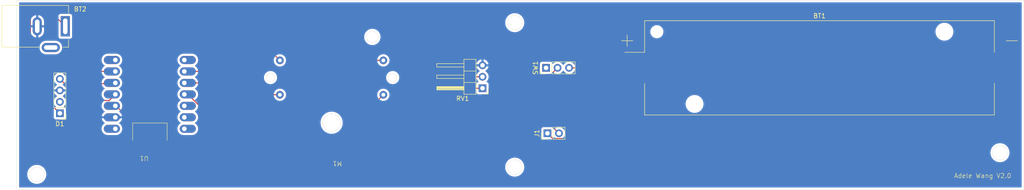
<source format=kicad_pcb>
(kicad_pcb (version 20240108) (generator "pcbnew") (generator_version "8.0")
  (layers (0 "F.Cu" signal) (31 "B.Cu" signal) (34 "B.Paste" user) (35 "F.Paste" user) (36 "B.SilkS" user "B.Silkscreen") (37 "F.SilkS" user "F.Silkscreen") (38 "B.Mask" user) (39 "F.Mask" user) (44 "Edge.Cuts" user))
  (net 0 "")
  (net 1 "Net-(BT1--)")
  (net 2 "Net-(BT1-+)")
  (net 3 "+3V3")
  (net 5 "GND")
  (net 6 "Net-(D1-DIN)")
  (net 7 "Net-(J1-Pin_2)")
  (net 8 "Net-(U1-GPIO4_A3_D3_SDA)")
  (net 9 "Net-(M1--)")
  (net 10 "Net-(U1-GPIO6_A5_D5_SCL)")
  (net 11 "Net-(U1-GPIO7_A8_D8_SCK)")
  (net 12 "Net-(U1-GPIO4_A3_D3)")
  (net 20 "Net-(BT2-+)")
  (footprint "Stepper motor:x27_stepper" (layer "F.Cu") (at 109 42 180)
    (property "Reference" "M1" (at -3.81 -29.21 180) (layer "F.SilkS") (effects (font (thickness 0.1))))
    (property "Value" "Stepper_Motor_bipolar")
    (fp_circle (center 10.96 -10.16) (end 11.91 -10.16) (stroke (width 0.05)) (fill none) (layer "Edge.Cuts"))
    (fp_circle (center -2.54 -20.16) (end -0.59 -20.16) (stroke (width 0.05)) (fill none) (layer "Edge.Cuts"))
    (fp_circle (center -11.54 -1.16) (end -10.24 -1.16) (stroke (width 0.05)) (fill none) (layer "Edge.Cuts"))
    (fp_circle (center -16.04 -10.16) (end -15.09 -10.16) (stroke (width 0.05)) (fill none) (layer "Edge.Cuts"))
    (pad "1" thru_hole circle (at 8.89 -13.97 180) (size 1.7 1.7) (drill 0.85) (layers "*.Cu" "*.Mask") (net 11 "Net-(U1-GPIO7_A8_D8_SCK)"))
    (pad "2" thru_hole circle (at 8.89 -6.35 180) (size 1.7 1.7) (drill 0.85) (layers "*.Cu" "*.Mask") (net 9 "Net-(M1--)"))
    (pad "3" thru_hole circle (at -13.97 -6.35 180) (size 1.7 1.7) (drill 0.85) (layers "*.Cu" "*.Mask") (net 10 "Net-(U1-GPIO6_A5_D5_SCL)"))
    (pad "4" thru_hole circle (at -13.97 -13.97 180) (size 1.7 1.7) (drill 0.85) (layers "*.Cu" "*.Mask") (net 8 "Net-(U1-GPIO4_A3_D3_SDA)"))
  )
  (footprint "Connector_PinHeader_2.54mm:PinHeader_1x02_P2.54mm_Vertical" (layer "F.Cu") (at 159.225 64.5 90)
    (property "Reference" "J1" (at 0 -2.33 90) (layer "F.SilkS"))
    (property "Value" "Conn_01x02_Socket")
    (fp_line (start -1.33 -1.33) (end 0 -1.33) (stroke (width 0.12)) (layer "F.SilkS"))
    (fp_line (start -1.33 0) (end -1.33 -1.33) (stroke (width 0.12)) (layer "F.SilkS"))
    (fp_line (start 1.33 1.27) (end 1.33 3.87) (stroke (width 0.12)) (layer "F.SilkS"))
    (fp_line (start -1.33 1.27) (end 1.33 1.27) (stroke (width 0.12)) (layer "F.SilkS"))
    (fp_line (start -1.33 1.27) (end -1.33 3.87) (stroke (width 0.12)) (layer "F.SilkS"))
    (fp_line (start -1.33 3.87) (end 1.33 3.87) (stroke (width 0.12)) (layer "F.SilkS"))
    (pad "1" thru_hole rect (at 0 0 90) (size 1.7 1.7) (drill 1) (layers "*.Cu" "*.Mask") (net 1 "Net-(BT1--)"))
    (pad "2" thru_hole oval (at 0 2.54 90) (size 1.7 1.7) (drill 1) (layers "*.Cu" "*.Mask") (net 7 "Net-(J1-Pin_2)"))
  )
  (footprint "XIAO ESP32 S3:XIAO_ESP32_SENSE" (layer "F.Cu") (at 71.38 55.88 180)
    (property "Reference" "U1" (at 1.27 -14.2 180) (layer "F.SilkS") (effects (font (thickness 0.1))))
    (property "Value" "~")
    (fp_line (start 3.81 -6.35) (end 3.81 -10.16) (stroke (width 0.1)) (layer "F.SilkS"))
    (fp_line (start -3.81 -6.35) (end 3.81 -6.35) (stroke (width 0.1)) (layer "F.SilkS"))
    (fp_line (start -3.81 -10.16) (end -3.81 -6.35) (stroke (width 0.1)) (layer "F.SilkS"))
    (pad "1" thru_hole oval (at -7.62 -7.62 180) (size 3.556 1.778) (drill 1.016 (offset -0.762 0)) (layers "*.Cu" "*.Mask"))
    (pad "2" thru_hole oval (at -7.62 -5.08 180) (size 3.556 1.778) (drill 1.016 (offset -0.762 0)) (layers "*.Cu" "*.Mask"))
    (pad "3" thru_hole oval (at -7.62 -2.54 180) (size 3.556 1.778) (drill 1.016 (offset -0.762 0)) (layers "*.Cu" "*.Mask"))
    (pad "4" thru_hole oval (at -7.62 0 180) (size 3.556 1.778) (drill 1.016 (offset -0.762 0)) (layers "*.Cu" "*.Mask") (net 12 "Net-(U1-GPIO4_A3_D3)"))
    (pad "5" thru_hole oval (at -7.62 2.54 180) (size 3.556 1.778) (drill 1.016 (offset -0.762 0)) (layers "*.Cu" "*.Mask") (net 8 "Net-(U1-GPIO4_A3_D3_SDA)"))
    (pad "6" thru_hole oval (at -7.62 5.08 180) (size 3.556 1.778) (drill 1.016 (offset -0.762 0)) (layers "*.Cu" "*.Mask") (net 10 "Net-(U1-GPIO6_A5_D5_SCL)"))
    (pad "7" thru_hole oval (at -7.62 7.62 180) (size 3.556 1.778) (drill 1.016 (offset -0.762 0)) (layers "*.Cu" "*.Mask"))
    (pad "8" thru_hole oval (at 7.62 -7.62 180) (size 3.556 1.778) (drill 1.016 (offset 0.762 0)) (layers "*.Cu" "*.Mask"))
    (pad "9" thru_hole oval (at 7.62 -5.08 180) (size 3.556 1.778) (drill 1.016 (offset 0.762 0)) (layers "*.Cu" "*.Mask") (net 5 "GND"))
    (pad "10" thru_hole oval (at 7.62 -2.54 180) (size 3.556 1.778) (drill 1.016 (offset 0.762 0)) (layers "*.Cu" "*.Mask") (net 3 "+3V3"))
    (pad "11" thru_hole oval (at 7.62 0 180) (size 3.556 1.778) (drill 1.016 (offset 0.762 0)) (layers "*.Cu" "*.Mask") (net 6 "Net-(D1-DIN)"))
    (pad "12" thru_hole oval (at 7.62 2.54 180) (size 3.556 1.778) (drill 1.016 (offset 0.762 0)) (layers "*.Cu" "*.Mask") (net 9 "Net-(M1--)"))
    (pad "13" thru_hole oval (at 7.62 5.08 180) (size 3.556 1.778) (drill 1.016 (offset 0.762 0)) (layers "*.Cu" "*.Mask") (net 11 "Net-(U1-GPIO7_A8_D8_SCK)"))
    (pad "14" thru_hole oval (at 7.62 7.62 180) (size 3.556 1.778) (drill 1.016 (offset 0.762 0)) (layers "*.Cu" "*.Mask"))
  )
  (footprint "Connector_BarrelJack:BarrelJack_Kycon_KLDX-0202-xC_Horizontal" (layer "F.Cu") (at 52.7 40.8)
    (property "Reference" "BT2" (at 3.3 -3.8 0) (layer "F.SilkS"))
    (property "Value" "Battery_Cell")
    (fp_line (start -14.02 -4.62) (end -14.02 4.62) (stroke (width 0.12)) (layer "F.SilkS"))
    (fp_line (start -14.02 4.62) (end -5.9 4.62) (stroke (width 0.12)) (layer "F.SilkS"))
    (fp_line (start -0.5 4.62) (end 0.72 4.62) (stroke (width 0.12)) (layer "F.SilkS"))
    (fp_line (start 0.72 -4.62) (end -14.02 -4.62) (stroke (width 0.12)) (layer "F.SilkS"))
    (fp_line (start 0.72 -2.95) (end 0.72 -4.62) (stroke (width 0.12)) (layer "F.SilkS"))
    (fp_line (start 0.72 4.62) (end 0.72 2.95) (stroke (width 0.12)) (layer "F.SilkS"))
    (pad "1" thru_hole rect (at 0 0) (size 2 4.5) (drill oval 1 3.5) (layers "*.Cu" "*.Mask") (net 20 "Net-(BT2-+)"))
    (pad "2" thru_hole oval (at -6.2 0) (size 2 4) (drill oval 1 3) (layers "*.Cu" "*.Mask") (net 5 "GND"))
    (pad "3" thru_hole oval (at -3.2 4.7 90) (size 2 4) (drill oval 1 3) (layers "*.Cu" "*.Mask"))
  )
  (footprint "Battery:BatteryHolder_Keystone_1042_1x18650" (layer "F.Cu") (at 219.33 50)
    (property "Reference" "BT1" (at 0 -11.5 0) (layer "F.SilkS"))
    (property "Value" "Battery_Cell")
    (fp_line (start -43.75 -6) (end -41.25 -6) (stroke (width 0.12)) (layer "F.SilkS"))
    (fp_line (start -42.5 -4.75) (end -42.5 -7.25) (stroke (width 0.12)) (layer "F.SilkS"))
    (fp_line (start -38.64 -10.44) (end -38.64 -3.44) (stroke (width 0.12)) (layer "F.SilkS"))
    (fp_line (start -38.64 -3.44) (end -43 -3.44) (stroke (width 0.12)) (layer "F.SilkS"))
    (fp_line (start -38.64 10.44) (end -38.64 3.44) (stroke (width 0.12)) (layer "F.SilkS"))
    (fp_line (start 38.64 -10.44) (end -38.64 -10.44) (stroke (width 0.12)) (layer "F.SilkS"))
    (fp_line (start 38.64 -3.44) (end 38.64 -10.42) (stroke (width 0.12)) (layer "F.SilkS"))
    (fp_line (start 38.64 3.44) (end 38.64 10.44) (stroke (width 0.12)) (layer "F.SilkS"))
    (fp_line (start 38.64 10.44) (end -38.64 10.44) (stroke (width 0.12)) (layer "F.SilkS"))
    (fp_line (start 43.75 -6) (end 41.25 -6) (stroke (width 0.12)) (layer "F.SilkS"))
    (pad "" np_thru_hole circle (at -35.93 -8) (size 2.39 2.39) (drill 2.39) (layers "*.Cu" "*.Mask"))
    (pad "" np_thru_hole circle (at -27.6 8) (size 3.45 3.45) (drill 3.45) (layers "*.Cu" "*.Mask"))
    (pad "" np_thru_hole circle (at 27.6 -8) (size 3.45 3.45) (drill 3.45) (layers "*.Cu" "*.Mask"))
    (pad "1" smd rect (at -39.33 0) (size 7.34 6.35) (layers "F.Cu" "F.Paste" "F.Mask") (net 2 "Net-(BT1-+)"))
    (pad "2" smd rect (at 39.33 0) (size 7.34 6.35) (layers "F.Cu" "F.Paste" "F.Mask") (net 1 "Net-(BT1--)"))
  )
  (footprint "Connector_PinHeader_2.54mm:PinHeader_1x04_P2.54mm_Vertical" (layer "F.Cu") (at 51.5 60.08 180)
    (property "Reference" "D1" (at 0 -2.33 0) (layer "F.SilkS"))
    (property "Value" "WS2812B")
    (fp_line (start 1.33 1.27) (end 1.33 8.95) (stroke (width 0.12)) (layer "F.SilkS"))
    (fp_line (start -1.33 8.95) (end 1.33 8.95) (stroke (width 0.12)) (layer "F.SilkS"))
    (fp_line (start -1.33 1.27) (end 1.33 1.27) (stroke (width 0.12)) (layer "F.SilkS"))
    (fp_line (start -1.33 1.27) (end -1.33 8.95) (stroke (width 0.12)) (layer "F.SilkS"))
    (fp_line (start -1.33 0) (end -1.33 -1.33) (stroke (width 0.12)) (layer "F.SilkS"))
    (fp_line (start -1.33 -1.33) (end 0 -1.33) (stroke (width 0.12)) (layer "F.SilkS"))
    (pad "1" thru_hole rect (at 0 0 180) (size 1.7 1.7) (drill 1) (layers "*.Cu" "*.Mask") (net 20 "Net-(BT2-+)"))
    (pad "2" thru_hole oval (at 0 2.54 180) (size 1.7 1.7) (drill 1) (layers "*.Cu" "*.Mask"))
    (pad "3" thru_hole oval (at 0 5.08 180) (size 1.7 1.7) (drill 1) (layers "*.Cu" "*.Mask") (net 5 "GND"))
    (pad "4" thru_hole oval (at 0 7.62 180) (size 1.7 1.7) (drill 1) (layers "*.Cu" "*.Mask") (net 6 "Net-(D1-DIN)"))
  )
  (footprint "Connector_PinHeader_2.54mm:PinHeader_1x03_P2.54mm_Horizontal" (layer "F.Cu") (at 144.875 54.525 180)
    (property "Reference" "RV1" (at 4.385 -2.27 0) (layer "F.SilkS"))
    (property "Value" "R_Potentiometer")
    (fp_line (start 10.1 5.46) (end 4.1 5.46) (stroke (width 0.12)) (layer "F.SilkS"))
    (fp_line (start 10.1 4.7) (end 10.1 5.46) (stroke (width 0.12)) (layer "F.SilkS"))
    (fp_line (start 10.1 2.92) (end 4.1 2.92) (stroke (width 0.12)) (layer "F.SilkS"))
    (fp_line (start 10.1 2.16) (end 10.1 2.92) (stroke (width 0.12)) (layer "F.SilkS"))
    (fp_line (start 10.1 0.38) (end 4.1 0.38) (stroke (width 0.12)) (layer "F.SilkS"))
    (fp_line (start 10.1 -0.38) (end 10.1 0.38) (stroke (width 0.12)) (layer "F.SilkS"))
    (fp_line (start 4.1 6.41) (end 4.1 -1.33) (stroke (width 0.12)) (layer "F.SilkS"))
    (fp_line (start 4.1 4.7) (end 10.1 4.7) (stroke (width 0.12)) (layer "F.SilkS"))
    (fp_line (start 4.1 2.16) (end 10.1 2.16) (stroke (width 0.12)) (layer "F.SilkS"))
    (fp_line (start 4.1 0.28) (end 10.1 0.28) (stroke (width 0.12)) (layer "F.SilkS"))
    (fp_line (start 4.1 0.16) (end 10.1 0.16) (stroke (width 0.12)) (layer "F.SilkS"))
    (fp_line (start 4.1 0.04) (end 10.1 0.04) (stroke (width 0.12)) (layer "F.SilkS"))
    (fp_line (start 4.1 -0.08) (end 10.1 -0.08) (stroke (width 0.12)) (layer "F.SilkS"))
    (fp_line (start 4.1 -0.2) (end 10.1 -0.2) (stroke (width 0.12)) (layer "F.SilkS"))
    (fp_line (start 4.1 -0.32) (end 10.1 -0.32) (stroke (width 0.12)) (layer "F.SilkS"))
    (fp_line (start 4.1 -0.38) (end 10.1 -0.38) (stroke (width 0.12)) (layer "F.SilkS"))
    (fp_line (start 4.1 -1.33) (end 1.44 -1.33) (stroke (width 0.12)) (layer "F.SilkS"))
    (fp_line (start 1.44 6.41) (end 4.1 6.41) (stroke (width 0.12)) (layer "F.SilkS"))
    (fp_line (start 1.44 3.81) (end 4.1 3.81) (stroke (width 0.12)) (layer "F.SilkS"))
    (fp_line (start 1.44 1.27) (end 4.1 1.27) (stroke (width 0.12)) (layer "F.SilkS"))
    (fp_line (start 1.44 -1.33) (end 1.44 6.41) (stroke (width 0.12)) (layer "F.SilkS"))
    (fp_line (start 1.11 0.38) (end 1.44 0.38) (stroke (width 0.12)) (layer "F.SilkS"))
    (fp_line (start 1.11 -0.38) (end 1.44 -0.38) (stroke (width 0.12)) (layer "F.SilkS"))
    (fp_line (start 1.042929 5.46) (end 1.44 5.46) (stroke (width 0.12)) (layer "F.SilkS"))
    (fp_line (start 1.042929 4.7) (end 1.44 4.7) (stroke (width 0.12)) (layer "F.SilkS"))
    (fp_line (start 1.042929 2.92) (end 1.44 2.92) (stroke (width 0.12)) (layer "F.SilkS"))
    (fp_line (start 1.042929 2.16) (end 1.44 2.16) (stroke (width 0.12)) (layer "F.SilkS"))
    (fp_line (start -1.27 0) (end -1.27 -1.27) (stroke (width 0.12)) (layer "F.SilkS"))
    (fp_line (start -1.27 -1.27) (end 0 -1.27) (stroke (width 0.12)) (layer "F.SilkS"))
    (pad "1" thru_hole rect (at 0 0 180) (size 1.7 1.7) (drill 1) (layers "*.Cu" "*.Mask") (net 3 "+3V3"))
    (pad "2" thru_hole oval (at 0 2.54 180) (size 1.7 1.7) (drill 1) (layers "*.Cu" "*.Mask") (net 12 "Net-(U1-GPIO4_A3_D3)"))
    (pad "3" thru_hole oval (at 0 5.08 180) (size 1.7 1.7) (drill 1) (layers "*.Cu" "*.Mask") (net 5 "GND"))
  )
  (footprint "Connector_PinHeader_2.54mm:PinHeader_1x03_P2.54mm_Vertical" (layer "F.Cu") (at 158.92 50 90)
    (property "Reference" "SW1" (at 0 -2.33 90) (layer "F.SilkS"))
    (property "Value" "SW_SPDT")
    (fp_line (start -1.33 -1.33) (end 0 -1.33) (stroke (width 0.12)) (layer "F.SilkS"))
    (fp_line (start -1.33 0) (end -1.33 -1.33) (stroke (width 0.12)) (layer "F.SilkS"))
    (fp_line (start 1.33 1.27) (end 1.33 6.41) (stroke (width 0.12)) (layer "F.SilkS"))
    (fp_line (start -1.33 1.27) (end 1.33 1.27) (stroke (width 0.12)) (layer "F.SilkS"))
    (fp_line (start -1.33 1.27) (end -1.33 6.41) (stroke (width 0.12)) (layer "F.SilkS"))
    (fp_line (start -1.33 6.41) (end 1.33 6.41) (stroke (width 0.12)) (layer "F.SilkS"))
    (pad "1" thru_hole rect (at 0 0 90) (size 1.7 1.7) (drill 1) (layers "*.Cu" "*.Mask"))
    (pad "2" thru_hole oval (at 0 2.54 90) (size 1.7 1.7) (drill 1) (layers "*.Cu" "*.Mask") (net 7 "Net-(J1-Pin_2)"))
    (pad "3" thru_hole oval (at 0 5.08 90) (size 1.7 1.7) (drill 1) (layers "*.Cu" "*.Mask") (net 2 "Net-(BT1-+)"))
  )
  (gr_circle (center 259.2 68.8) (end 260.8 68.8) (stroke (width 0.05)) (fill none) (layer "Edge.Cuts"))
  (gr_circle (center 152 72) (end 153.6 72) (stroke (width 0.05)) (fill none) (layer "Edge.Cuts"))
  (gr_rect (start 42 35) (end 264.5 77) (stroke (width 0.05)) (fill none) (layer "Edge.Cuts"))
  (gr_circle (center 152 40) (end 153.6 40) (stroke (width 0.05)) (fill none) (layer "Edge.Cuts"))
  (gr_circle (center 46.4 73.6) (end 48 73.6) (stroke (width 0.05)) (fill none) (layer "Edge.Cuts"))
  (gr_text "Adele Wang V2.0" (at 249 74.5 0) (layer "F.SilkS") (effects (font (size 1 1) (thickness 0.1)) (justify left bottom)))
  (segment (start 159.225 64.5) (end 160.375 65.65) (width 0.2) (layer "F.Cu") (net 1))
  (segment (start 243.01 65.65) (end 258.66 50) (width 0.2) (layer "F.Cu") (net 1))
  (segment (start 160.375 65.65) (end 243.01 65.65) (width 0.2) (layer "F.Cu") (net 1))
  (segment (start 164 50) (end 180 50) (width 0.2) (layer "F.Cu") (net 2))
  (segment (start 63.92 58.42) (end 74.5 69) (width 0.2) (layer "F.Cu") (net 3))
  (segment (start 144.875 54.525) (end 131.475 54.525) (width 0.2) (layer "F.Cu") (net 3))
  (segment (start 62.9675 58.42) (end 63.76 58.42) (width 0.2) (layer "F.Cu") (net 3))
  (segment (start 63.76 58.42) (end 63.92 58.42) (width 0.2) (layer "F.Cu") (net 3))
  (segment (start 74.5 69) (end 117 69) (width 0.2) (layer "F.Cu") (net 3))
  (segment (start 131.475 54.525) (end 117 69) (width 0.2) (layer "F.Cu") (net 3))
  (segment (start 62.409 57.231) (end 63.76 55.88) (width 0.2) (layer "F.Cu") (net 6))
  (segment (start 51.5 52.46) (end 56.271 57.231) (width 0.2) (layer "F.Cu") (net 6))
  (segment (start 56.271 57.231) (end 62.409 57.231) (width 0.2) (layer "F.Cu") (net 6))
  (segment (start 161.46 50) (end 160.375 51.085) (width 0.2) (layer "F.Cu") (net 7))
  (segment (start 160.375 63.11) (end 161.765 64.5) (width 0.2) (layer "F.Cu") (net 7))
  (segment (start 160.375 51.085) (end 160.375 63.11) (width 0.2) (layer "F.Cu") (net 7))
  (segment (start 83.84 53.34) (end 79 53.34) (width 0.2) (layer "F.Cu") (net 8))
  (segment (start 96.5 66) (end 83.84 53.34) (width 0.2) (layer "F.Cu") (net 8))
  (segment (start 112.94 66) (end 96.5 66) (width 0.2) (layer "F.Cu") (net 8))
  (segment (start 122.97 55.97) (end 112.94 66) (width 0.2) (layer "F.Cu") (net 8))
  (segment (start 56.5 51) (end 59 53.5) (width 0.2) (layer "F.Cu") (net 9))
  (segment (start 93.26 41.5) (end 57.5 41.5) (width 0.2) (layer "F.Cu") (net 9))
  (segment (start 59 53.5) (end 63.6 53.5) (width 0.2) (layer "F.Cu") (net 9))
  (segment (start 56.5 42.5) (end 56.5 51) (width 0.2) (layer "F.Cu") (net 9))
  (segment (start 57.5 41.5) (end 56.5 42.5) (width 0.2) (layer "F.Cu") (net 9))
  (segment (start 63.6 53.5) (end 63.76 53.34) (width 0.2) (layer "F.Cu") (net 9))
  (segment (start 100.11 48.35) (end 93.26 41.5) (width 0.2) (layer "F.Cu") (net 9))
  (segment (start 122.97 48.35) (end 115.65 48.35) (width 0.2) (layer "F.Cu") (net 10))
  (segment (start 97.065686 61) (end 86.865686 50.8) (width 0.2) (layer "F.Cu") (net 10))
  (segment (start 103 61) (end 97.065686 61) (width 0.2) (layer "F.Cu") (net 10))
  (segment (start 115.65 48.35) (end 103 61) (width 0.2) (layer "F.Cu") (net 10))
  (segment (start 86.865686 50.8) (end 79 50.8) (width 0.2) (layer "F.Cu") (net 10))
  (segment (start 63.76 50.8) (end 59.8 50.8) (width 0.2) (layer "F.Cu") (net 11))
  (segment (start 58 49) (end 58 44.5) (width 0.2) (layer "F.Cu") (net 11))
  (segment (start 59 43.5) (end 86 43.5) (width 0.2) (layer "F.Cu") (net 11))
  (segment (start 58 44.5) (end 59 43.5) (width 0.2) (layer "F.Cu") (net 11))
  (segment (start 86 43.5) (end 98.47 55.97) (width 0.2) (layer "F.Cu") (net 11))
  (segment (start 98.47 55.97) (end 100.11 55.97) (width 0.2) (layer "F.Cu") (net 11))
  (segment (start 59.8 50.8) (end 58 49) (width 0.2) (layer "F.Cu") (net 11))
  (segment (start 130.515 51.985) (end 115 67.5) (width 0.2) (layer "F.Cu") (net 12))
  (segment (start 91.4125 67.5) (end 79.7925 55.88) (width 0.2) (layer "F.Cu") (net 12))
  (segment (start 115 67.5) (end 91.4125 67.5) (width 0.2) (layer "F.Cu") (net 12))
  (segment (start 144.875 51.985) (end 130.515 51.985) (width 0.2) (layer "F.Cu") (net 12))
  (segment (start 79.7925 55.88) (end 79 55.88) (width 0.2) (layer "F.Cu") (net 12))
  (segment (start 52.7 40.8) (end 48.9 37) (width 0.2) (layer "F.Cu") (net 20))
  (segment (start 45 37) (end 45 53.58) (width 0.2) (layer "F.Cu") (net 20))
  (segment (start 45 53.58) (end 51.5 60.08) (width 0.2) (layer "F.Cu") (net 20))
  (segment (start 48.9 37) (end 45 37) (width 0.2) (layer "F.Cu") (net 20))
  (zone (net 5) (net_name "GND") (layer "B.Cu") (connect_pads (clearance 0.5)) (min_thickness 0.25) (fill yes (thermal_gap 0.5) (thermal_bridge_width 0.5))
    (polygon (pts (xy 42.5 35.5) (xy 42.5 76.5) (xy 264 76.5) (xy 264 35.5)))
  )
)
</source>
